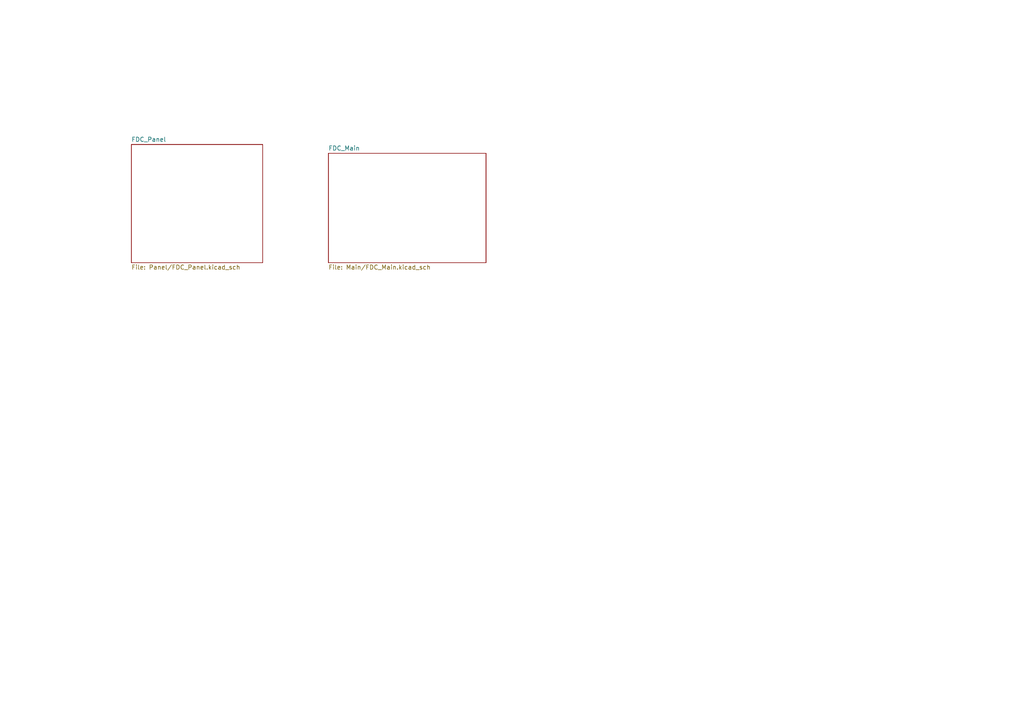
<source format=kicad_sch>
(kicad_sch
	(version 20250114)
	(generator "eeschema")
	(generator_version "9.0")
	(uuid "aa35fc54-c042-44c0-931e-4bef950e8494")
	(paper "A4")
	(lib_symbols)
	(sheet
		(at 95.25 44.45)
		(size 45.72 31.75)
		(exclude_from_sim no)
		(in_bom yes)
		(on_board yes)
		(dnp no)
		(fields_autoplaced yes)
		(stroke
			(width 0.1524)
			(type solid)
		)
		(fill
			(color 0 0 0 0.0000)
		)
		(uuid "40d56433-92dd-4484-8205-0d4e08481c3a")
		(property "Sheetname" "FDC_Main"
			(at 95.25 43.7384 0)
			(effects
				(font
					(size 1.27 1.27)
				)
				(justify left bottom)
			)
		)
		(property "Sheetfile" "Main/FDC_Main.kicad_sch"
			(at 95.25 76.7846 0)
			(effects
				(font
					(size 1.27 1.27)
				)
				(justify left top)
			)
		)
		(instances
			(project "FilamentDryerController"
				(path "/aa35fc54-c042-44c0-931e-4bef950e8494"
					(page "3")
				)
			)
		)
	)
	(sheet
		(at 38.1 41.91)
		(size 38.1 34.29)
		(exclude_from_sim no)
		(in_bom yes)
		(on_board yes)
		(dnp no)
		(fields_autoplaced yes)
		(stroke
			(width 0.1524)
			(type solid)
		)
		(fill
			(color 0 0 0 0.0000)
		)
		(uuid "bb48b34f-e499-49be-8ddd-62ec4a8d0495")
		(property "Sheetname" "FDC_Panel"
			(at 38.1 41.1984 0)
			(effects
				(font
					(size 1.27 1.27)
				)
				(justify left bottom)
			)
		)
		(property "Sheetfile" "Panel/FDC_Panel.kicad_sch"
			(at 38.1 76.7846 0)
			(effects
				(font
					(size 1.27 1.27)
				)
				(justify left top)
			)
		)
		(instances
			(project "FilamentDryerController"
				(path "/aa35fc54-c042-44c0-931e-4bef950e8494"
					(page "2")
				)
			)
		)
	)
	(sheet_instances
		(path "/"
			(page "1")
		)
	)
	(embedded_fonts no)
)

</source>
